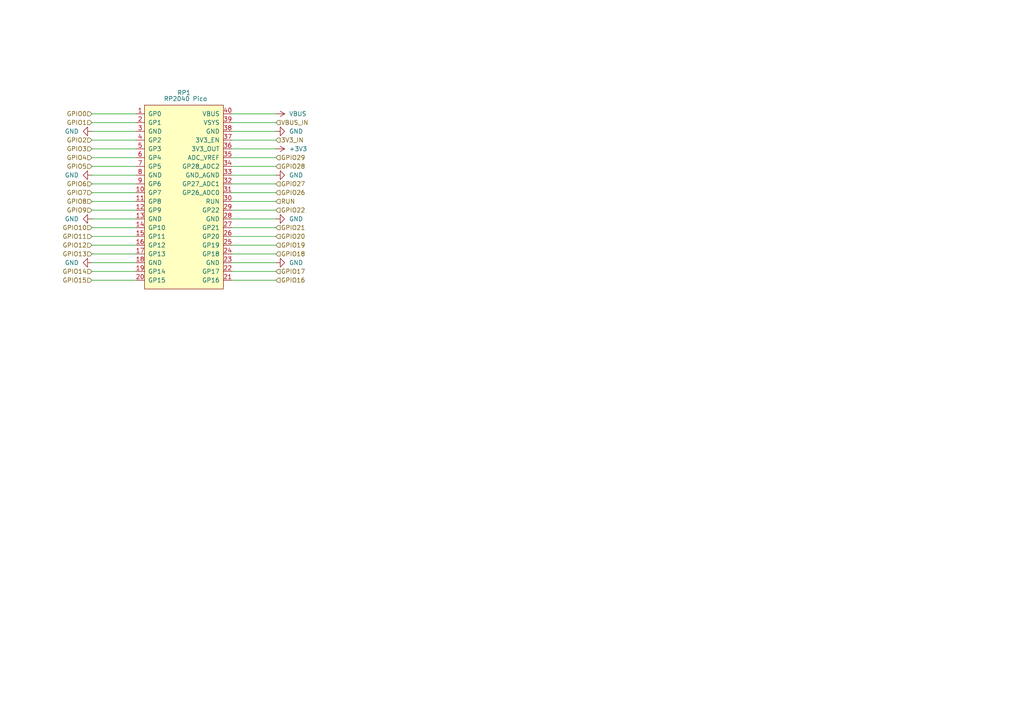
<source format=kicad_sch>
(kicad_sch (version 20231120) (generator "eeschema") (generator_version "8.0")
  (paper "A4")
  (title_block (title "FRANK2") (date "2024-11-21") (rev "1.0") (company "Mikhail Matveev") (comment 1 "https://github.com/xtremespb/frank2"))
  (lib_symbols
    (symbol "kiwikit-rpi-pico-rescue:raspberrypi-pico-module-kiwih_kicad" (pin_names (offset 1.016))
      (property "Reference" "U" (at 0 27.94 0))
      (property "Value" "raspberrypi-pico-module-kiwih_kicad" (at 0 -27.94 0))
      (symbol "raspberrypi-pico-module-kiwih_kicad_0_1"
        (rectangle (start -11.43 26.67) (end 11.43 -26.67) (fill (type background)))
      )
      (symbol "raspberrypi-pico-module-kiwih_kicad_1_1"
        (pin bidirectional line (at -13.97 24.13 0) (length 2.54) (name "GP0") (number "1"))
        (pin bidirectional line (at -13.97 1.27 0) (length 2.54) (name "GP7") (number "10"))
        (pin bidirectional line (at -13.97 -1.27 0) (length 2.54) (name "GP8") (number "11"))
        (pin bidirectional line (at -13.97 -3.81 0) (length 2.54) (name "GP9") (number "12"))
        (pin power_in line (at -13.97 -6.35 0) (length 2.54) (name "GND") (number "13"))
        (pin bidirectional line (at -13.97 -8.89 0) (length 2.54) (name "GP10") (number "14"))
        (pin bidirectional line (at -13.97 -11.43 0) (length 2.54) (name "GP11") (number "15"))
        (pin bidirectional line (at -13.97 -13.97 0) (length 2.54) (name "GP12") (number "16"))
        (pin bidirectional line (at -13.97 -16.51 0) (length 2.54) (name "GP13") (number "17"))
        (pin power_in line (at -13.97 -19.05 0) (length 2.54) (name "GND") (number "18"))
        (pin bidirectional line (at -13.97 -21.59 0) (length 2.54) (name "GP14") (number "19"))
        (pin bidirectional line (at -13.97 21.59 0) (length 2.54) (name "GP1") (number "2"))
        (pin bidirectional line (at -13.97 -24.13 0) (length 2.54) (name "GP15") (number "20"))
        (pin bidirectional line (at 13.97 -24.13 180) (length 2.54) (name "GP16") (number "21"))
        (pin bidirectional line (at 13.97 -21.59 180) (length 2.54) (name "GP17") (number "22"))
        (pin power_in line (at 13.97 -19.05 180) (length 2.54) (name "GND") (number "23"))
        (pin bidirectional line (at 13.97 -16.51 180) (length 2.54) (name "GP18") (number "24"))
        (pin bidirectional line (at 13.97 -13.97 180) (length 2.54) (name "GP19") (number "25"))
        (pin bidirectional line (at 13.97 -11.43 180) (length 2.54) (name "GP20") (number "26"))
        (pin bidirectional line (at 13.97 -8.89 180) (length 2.54) (name "GP21") (number "27"))
        (pin power_in line (at 13.97 -6.35 180) (length 2.54) (name "GND") (number "28"))
        (pin bidirectional line (at 13.97 -3.81 180) (length 2.54) (name "GP22") (number "29"))
        (pin power_in line (at -13.97 19.05 0) (length 2.54) (name "GND") (number "3"))
        (pin input line (at 13.97 -1.27 180) (length 2.54) (name "RUN") (number "30"))
        (pin bidirectional line (at 13.97 1.27 180) (length 2.54) (name "GP26_ADC0") (number "31"))
        (pin bidirectional line (at 13.97 3.81 180) (length 2.54) (name "GP27_ADC1") (number "32"))
        (pin power_in line (at 13.97 6.35 180) (length 2.54) (name "GND_AGND") (number "33"))
        (pin bidirectional line (at 13.97 8.89 180) (length 2.54) (name "GP28_ADC2") (number "34"))
        (pin power_in line (at 13.97 11.43 180) (length 2.54) (name "ADC_VREF") (number "35"))
        (pin power_out line (at 13.97 13.97 180) (length 2.54) (name "3V3_OUT") (number "36"))
        (pin input line (at 13.97 16.51 180) (length 2.54) (name "3V3_EN") (number "37"))
        (pin power_in line (at 13.97 19.05 180) (length 2.54) (name "GND") (number "38"))
        (pin power_in line (at 13.97 21.59 180) (length 2.54) (name "VSYS") (number "39"))
        (pin bidirectional line (at -13.97 16.51 0) (length 2.54) (name "GP2") (number "4"))
        (pin power_in line (at 13.97 24.13 180) (length 2.54) (name "VBUS") (number "40"))
        (pin bidirectional line (at -13.97 13.97 0) (length 2.54) (name "GP3") (number "5"))
        (pin bidirectional line (at -13.97 11.43 0) (length 2.54) (name "GP4") (number "6"))
        (pin bidirectional line (at -13.97 8.89 0) (length 2.54) (name "GP5") (number "7"))
        (pin power_in line (at -13.97 6.35 0) (length 2.54) (name "GND") (number "8"))
        (pin bidirectional line (at -13.97 3.81 0) (length 2.54) (name "GP6") (number "9"))
      )
    )
    (symbol "power:+3V3" (power) (pin_numbers hide) (pin_names (offset 0) hide)
      (property "Value" "+3V3" (at 0 3.556 0))
      (symbol "+3V3_0_1"
        (polyline (pts (xy -0.762 1.27) (xy 0 2.54)))
        (polyline (pts (xy 0 0) (xy 0 2.54)))
        (polyline (pts (xy 0 2.54) (xy 0.762 1.27)))
      )
      (symbol "+3V3_1_1"
        (pin power_in line (at 0 0 90) (length 0) (name "~") (number "1"))
      )
    )
    (symbol "power:GND" (power) (pin_numbers hide) (pin_names (offset 0) hide)
      (property "Value" "GND" (at 0 -3.81 0))
      (symbol "GND_0_1"
        (polyline (pts (xy 0 0) (xy 0 -1.27) (xy 1.27 -1.27) (xy 0 -2.54) (xy -1.27 -1.27) (xy 0 -1.27)))
      )
      (symbol "GND_1_1"
        (pin power_in line (at 0 0 270) (length 0) (name "~") (number "1"))
      )
    )
    (symbol "power:VBUS" (power) (pin_numbers hide) (pin_names (offset 0) hide)
      (property "Value" "VBUS" (at 0 3.556 0))
      (symbol "VBUS_0_1"
        (polyline (pts (xy -0.762 1.27) (xy 0 2.54)))
        (polyline (pts (xy 0 0) (xy 0 2.54)))
        (polyline (pts (xy 0 2.54) (xy 0.762 1.27)))
      )
      (symbol "VBUS_1_1"
        (pin power_in line (at 0 0 90) (length 0) (name "~") (number "1"))
      )
    )
  )
  (wire (pts (xy 26.67 78.74) (xy 39.37 78.74)))
  (wire (pts (xy 67.31 40.64) (xy 80.01 40.64)))
  (wire (pts (xy 26.67 68.58) (xy 39.37 68.58)))
  (wire (pts (xy 67.31 63.5) (xy 80.01 63.5)))
  (wire (pts (xy 26.67 38.1) (xy 39.37 38.1)))
  (wire (pts (xy 67.31 60.96) (xy 80.01 60.96)))
  (wire (pts (xy 26.67 50.8) (xy 39.37 50.8)))
  (wire (pts (xy 67.31 78.74) (xy 80.01 78.74)))
  (wire (pts (xy 67.31 81.28) (xy 80.01 81.28)))
  (wire (pts (xy 26.67 66.04) (xy 39.37 66.04)))
  (wire (pts (xy 67.31 50.8) (xy 80.01 50.8)))
  (wire (pts (xy 26.67 60.96) (xy 39.37 60.96)))
  (wire (pts (xy 26.67 45.72) (xy 39.37 45.72)))
  (wire (pts (xy 67.31 55.88) (xy 80.01 55.88)))
  (wire (pts (xy 26.67 53.34) (xy 39.37 53.34)))
  (wire (pts (xy 67.31 58.42) (xy 80.01 58.42)))
  (wire (pts (xy 26.67 55.88) (xy 39.37 55.88)))
  (wire (pts (xy 26.67 40.64) (xy 39.37 40.64)))
  (wire (pts (xy 67.31 76.2) (xy 80.01 76.2)))
  (wire (pts (xy 67.31 66.04) (xy 80.01 66.04)))
  (wire (pts (xy 26.67 71.12) (xy 39.37 71.12)))
  (wire (pts (xy 26.67 43.18) (xy 39.37 43.18)))
  (wire (pts (xy 67.31 71.12) (xy 80.01 71.12)))
  (wire (pts (xy 26.67 48.26) (xy 39.37 48.26)))
  (wire (pts (xy 26.67 73.66) (xy 39.37 73.66)))
  (wire (pts (xy 26.67 35.56) (xy 39.37 35.56)))
  (wire (pts (xy 26.67 81.28) (xy 39.37 81.28)))
  (wire (pts (xy 26.67 33.02) (xy 39.37 33.02)))
  (wire (pts (xy 26.67 76.2) (xy 39.37 76.2)))
  (wire (pts (xy 67.31 45.72) (xy 80.01 45.72)))
  (wire (pts (xy 26.67 58.42) (xy 39.37 58.42)))
  (wire (pts (xy 26.67 63.5) (xy 39.37 63.5)))
  (wire (pts (xy 67.31 38.1) (xy 80.01 38.1)))
  (wire (pts (xy 67.31 43.18) (xy 80.01 43.18)))
  (wire (pts (xy 67.31 73.66) (xy 80.01 73.66)))
  (wire (pts (xy 67.31 53.34) (xy 80.01 53.34)))
  (wire (pts (xy 67.31 48.26) (xy 80.01 48.26)))
  (wire (pts (xy 67.31 35.56) (xy 80.01 35.56)))
  (wire (pts (xy 67.31 33.02) (xy 80.01 33.02)))
  (wire (pts (xy 67.31 68.58) (xy 80.01 68.58)))
  (hierarchical_label "GPIO0" (shape input) (at 26.67 33.02 180))
  (hierarchical_label "GPIO19" (shape input) (at 80.01 71.12 0))
  (hierarchical_label "GPIO10" (shape input) (at 26.67 66.04 180))
  (hierarchical_label "GPIO12" (shape input) (at 26.67 71.12 180))
  (hierarchical_label "GPIO8" (shape input) (at 26.67 58.42 180))
  (hierarchical_label "GPIO28" (shape input) (at 80.01 48.26 0))
  (hierarchical_label "RUN" (shape input) (at 80.01 58.42 0))
  (hierarchical_label "GPIO16" (shape input) (at 80.01 81.28 0))
  (hierarchical_label "GPIO18" (shape input) (at 80.01 73.66 0))
  (hierarchical_label "GPIO17" (shape input) (at 80.01 78.74 0))
  (hierarchical_label "GPIO6" (shape input) (at 26.67 53.34 180))
  (hierarchical_label "GPIO7" (shape input) (at 26.67 55.88 180))
  (hierarchical_label "GPIO5" (shape input) (at 26.67 48.26 180))
  (hierarchical_label "GPIO15" (shape input) (at 26.67 81.28 180))
  (hierarchical_label "GPIO21" (shape input) (at 80.01 66.04 0))
  (hierarchical_label "GPIO26" (shape input) (at 80.01 55.88 0))
  (hierarchical_label "GPIO9" (shape input) (at 26.67 60.96 180))
  (hierarchical_label "GPIO4" (shape input) (at 26.67 45.72 180))
  (hierarchical_label "VBUS_IN" (shape input) (at 80.01 35.56 0))
  (hierarchical_label "GPIO29" (shape input) (at 80.01 45.72 0))
  (hierarchical_label "GPIO14" (shape input) (at 26.67 78.74 180))
  (hierarchical_label "GPIO22" (shape input) (at 80.01 60.96 0))
  (hierarchical_label "GPIO1" (shape input) (at 26.67 35.56 180))
  (hierarchical_label "GPIO20" (shape input) (at 80.01 68.58 0))
  (hierarchical_label "3V3_IN" (shape input) (at 80.01 40.64 0))
  (hierarchical_label "GPIO13" (shape input) (at 26.67 73.66 180))
  (hierarchical_label "GPIO11" (shape input) (at 26.67 68.58 180))
  (hierarchical_label "GPIO27" (shape input) (at 80.01 53.34 0))
  (hierarchical_label "GPIO3" (shape input) (at 26.67 43.18 180))
  (hierarchical_label "GPIO2" (shape input) (at 26.67 40.64 180))
  (symbol (lib_id "power:GND") (at 26.67 76.2 270) (unit 1)
    (property "Reference" "#PWR049" (effects (hide yes)))
    (property "Value" "GND" (at 22.86 76.1999 90) (effects (justify right)))
    (property "Description" "Power symbol creates a global label with name \"GND\" , ground" (effects (hide yes)))
  )
  (symbol (lib_id "power:GND") (at 80.01 50.8 90) (unit 1)
    (property "Reference" "#PWR053" (effects (hide yes)))
    (property "Value" "GND" (at 83.82 50.7999 90) (effects (justify right)))
    (property "Description" "Power symbol creates a global label with name \"GND\" , ground" (effects (hide yes)))
  )
  (symbol (lib_id "power:VBUS") (at 80.01 33.02 270) (unit 1)
    (property "Reference" "#PWR050" (effects (hide yes)))
    (property "Value" "VBUS" (at 83.82 33.0199 90) (effects (justify left)))
    (property "Description" "Power symbol creates a global label with name \"VBUS\"" (effects (hide yes)))
  )
  (symbol (lib_id "power:GND") (at 26.67 50.8 270) (unit 1)
    (property "Reference" "#PWR047" (effects (hide yes)))
    (property "Value" "GND" (at 22.86 50.7999 90) (effects (justify right)))
    (property "Description" "Power symbol creates a global label with name \"GND\" , ground" (effects (hide yes)))
  )
  (symbol (lib_id "power:GND") (at 26.67 63.5 270) (unit 1)
    (property "Reference" "#PWR048" (effects (hide yes)))
    (property "Value" "GND" (at 22.86 63.4999 90) (effects (justify right)))
    (property "Description" "Power symbol creates a global label with name \"GND\" , ground" (effects (hide yes)))
  )
  (symbol (lib_id "power:+3V3") (at 80.01 43.18 270) (unit 1)
    (property "Reference" "#PWR052" (effects (hide yes)))
    (property "Value" "+3V3" (at 83.82 43.1799 90) (effects (justify left)))
    (property "Description" "Power symbol creates a global label with name \"+3V3\"" (effects (hide yes)))
  )
  (symbol (lib_id "power:GND") (at 80.01 63.5 90) (unit 1)
    (property "Reference" "#PWR054" (effects (hide yes)))
    (property "Value" "GND" (at 83.82 63.4999 90) (effects (justify right)))
    (property "Description" "Power symbol creates a global label with name \"GND\" , ground" (effects (hide yes)))
  )
  (symbol (lib_id "power:GND") (at 80.01 38.1 90) (unit 1)
    (property "Reference" "#PWR051" (effects (hide yes)))
    (property "Value" "GND" (at 83.82 38.0999 90) (effects (justify right)))
    (property "Description" "Power symbol creates a global label with name \"GND\" , ground" (effects (hide yes)))
  )
  (symbol (lib_id "power:GND") (at 80.01 76.2 90) (unit 1)
    (property "Reference" "#PWR055" (effects (hide yes)))
    (property "Value" "GND" (at 83.82 76.1999 90) (effects (justify right)))
    (property "Description" "Power symbol creates a global label with name \"GND\" , ground" (effects (hide yes)))
  )
  (symbol (lib_id "kiwikit-rpi-pico-rescue:raspberrypi-pico-module-kiwih_kicad") (at 53.34 57.15 0) (unit 1)
    (property "Reference" "RP1" (at 53.34 26.9072 0))
    (property "Value" "RP2040 Pico" (at 53.8252 28.6525 0))
    (property "Footprint" "LIBS:Raspberry_Pi_Pico_SMT_THT_MOD_2" (effects (hide yes)))
  )
  (symbol (lib_id "power:GND") (at 26.67 38.1 270) (unit 1)
    (property "Reference" "#PWR046" (effects (hide yes)))
    (property "Value" "GND" (at 22.86 38.0999 90) (effects (justify right)))
    (property "Description" "Power symbol creates a global label with name \"GND\" , ground" (effects (hide yes)))
  )
)
</source>
